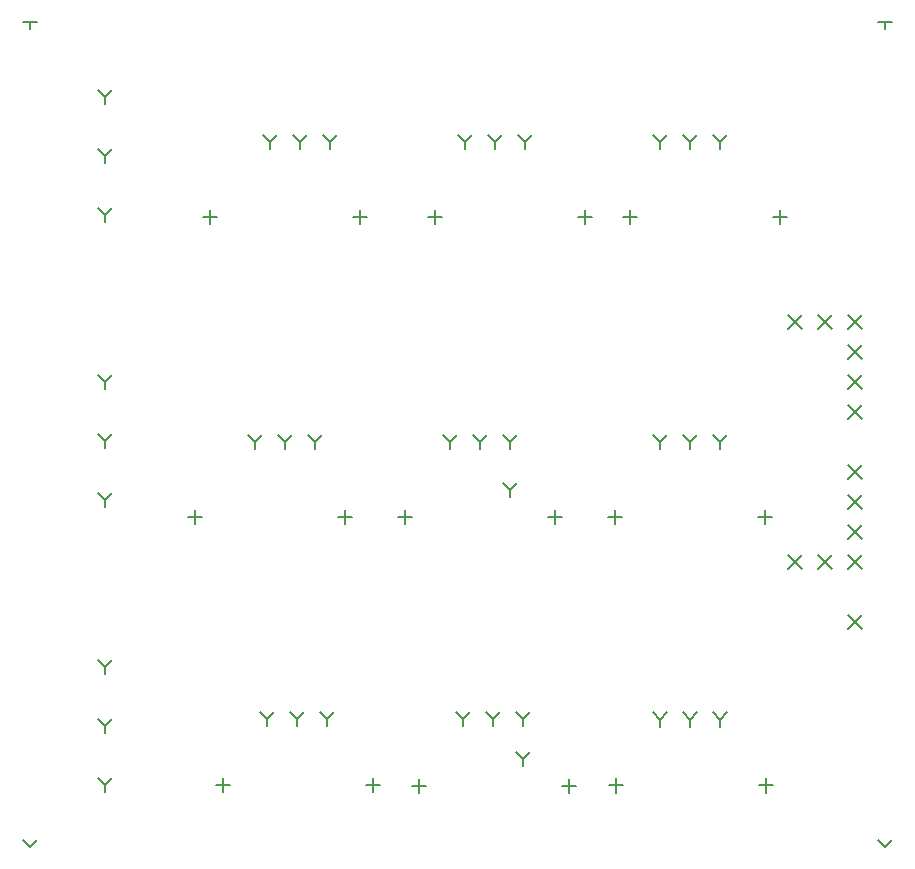
<source format=gbr>
G04 DipTrace 3.2.0.1*
G04 Through.gbr*
%MOIN*%
G04 #@! TF.FileFunction,Plated,1,2,PTH,Drill*
G04 #@! TF.Part,Single*
G04 Drill Symbols*
G04 D=0.038005 - Cross*
G04 D=0.03937 - X*
G04 D=0.043307 - Y*
G04 D=0.11811 - T*
G04 D=0.122047 - V*
%ADD10C,0.007874*%
%FSLAX26Y26*%
G04*
G70*
G90*
G75*
G01*
X770079Y3067323D2*
D10*
X793701Y3043701D1*
X817323Y3067323D1*
X793701Y3043701D2*
Y3020079D1*
X770079Y2870472D2*
X793701Y2846850D1*
X817323Y2870472D1*
X793701Y2846850D2*
Y2823228D1*
X770079Y2673622D2*
X793701Y2650000D1*
X817323Y2673622D1*
X793701Y2650000D2*
Y2626378D1*
X770079Y2117323D2*
X793701Y2093701D1*
X817323Y2117323D1*
X793701Y2093701D2*
Y2070079D1*
X770079Y1920472D2*
X793701Y1896850D1*
X817323Y1920472D1*
X793701Y1896850D2*
Y1873228D1*
X770079Y1723622D2*
X793701Y1700000D1*
X817323Y1723622D1*
X793701Y1700000D2*
Y1676378D1*
X770079Y1167323D2*
X793701Y1143701D1*
X817323Y1167323D1*
X793701Y1143701D2*
Y1120079D1*
X770079Y970472D2*
X793701Y946850D1*
X817323Y970472D1*
X793701Y946850D2*
Y923228D1*
X770079Y773622D2*
X793701Y750000D1*
X817323Y773622D1*
X793701Y750000D2*
Y726378D1*
X3270079Y2317323D2*
X3317323Y2270079D1*
Y2317323D2*
X3270079Y2270079D1*
Y2217323D2*
X3317323Y2170079D1*
Y2217323D2*
X3270079Y2170079D1*
Y2117323D2*
X3317323Y2070079D1*
Y2117323D2*
X3270079Y2070079D1*
Y1317323D2*
X3317323Y1270079D1*
Y1317323D2*
X3270079Y1270079D1*
Y1817323D2*
X3317323Y1770079D1*
Y1817323D2*
X3270079Y1770079D1*
Y1717323D2*
X3317323Y1670079D1*
Y1717323D2*
X3270079Y1670079D1*
Y1617323D2*
X3317323Y1570079D1*
Y1617323D2*
X3270079Y1570079D1*
Y2017323D2*
X3317323Y1970079D1*
Y2017323D2*
X3270079Y1970079D1*
Y1517323D2*
X3317323Y1470079D1*
Y1517323D2*
X3270079Y1470079D1*
X3070079Y1517323D2*
X3117323Y1470079D1*
Y1517323D2*
X3070079Y1470079D1*
Y2317323D2*
X3117323Y2270079D1*
Y2317323D2*
X3070079Y2270079D1*
X3170079Y2317323D2*
X3217323Y2270079D1*
Y2317323D2*
X3170079Y2270079D1*
Y1517323D2*
X3217323Y1470079D1*
Y1517323D2*
X3170079Y1470079D1*
X1320079Y2917323D2*
X1343701Y2893701D1*
X1367323Y2917323D1*
X1343701Y2893701D2*
Y2870079D1*
X1420079Y2917323D2*
X1443701Y2893701D1*
X1467323Y2917323D1*
X1443701Y2893701D2*
Y2870079D1*
X1520079Y2917323D2*
X1543701Y2893701D1*
X1567323Y2917323D1*
X1543701Y2893701D2*
Y2870079D1*
X1970079Y2917323D2*
X1993701Y2893701D1*
X2017323Y2917323D1*
X1993701Y2893701D2*
Y2870079D1*
X2070079Y2917323D2*
X2093701Y2893701D1*
X2117323Y2917323D1*
X2093701Y2893701D2*
Y2870079D1*
X2170079Y2917323D2*
X2193701Y2893701D1*
X2217323Y2917323D1*
X2193701Y2893701D2*
Y2870079D1*
X2620079Y2917323D2*
X2643701Y2893701D1*
X2667323Y2917323D1*
X2643701Y2893701D2*
Y2870079D1*
X2720079Y2917323D2*
X2743701Y2893701D1*
X2767323Y2917323D1*
X2743701Y2893701D2*
Y2870079D1*
X2820079Y2917323D2*
X2843701Y2893701D1*
X2867323Y2917323D1*
X2843701Y2893701D2*
Y2870079D1*
X1270079Y1917323D2*
X1293701Y1893701D1*
X1317323Y1917323D1*
X1293701Y1893701D2*
Y1870079D1*
X1370079Y1917323D2*
X1393701Y1893701D1*
X1417323Y1917323D1*
X1393701Y1893701D2*
Y1870079D1*
X1470079Y1917323D2*
X1493701Y1893701D1*
X1517323Y1917323D1*
X1493701Y1893701D2*
Y1870079D1*
X1920079Y1917323D2*
X1943701Y1893701D1*
X1967323Y1917323D1*
X1943701Y1893701D2*
Y1870079D1*
X2020079Y1917323D2*
X2043701Y1893701D1*
X2067323Y1917323D1*
X2043701Y1893701D2*
Y1870079D1*
X2120079Y1917323D2*
X2143701Y1893701D1*
X2167323Y1917323D1*
X2143701Y1893701D2*
Y1870079D1*
X2620079Y1917323D2*
X2643701Y1893701D1*
X2667323Y1917323D1*
X2643701Y1893701D2*
Y1870079D1*
X2720079Y1917323D2*
X2743701Y1893701D1*
X2767323Y1917323D1*
X2743701Y1893701D2*
Y1870079D1*
X2820079Y1917323D2*
X2843701Y1893701D1*
X2867323Y1917323D1*
X2843701Y1893701D2*
Y1870079D1*
X1310507Y993927D2*
X1334129Y970304D1*
X1357751Y993927D1*
X1334129Y970304D2*
Y946682D1*
X1410507Y993927D2*
X1434129Y970304D1*
X1457751Y993927D1*
X1434129Y970304D2*
Y946682D1*
X1510507Y993927D2*
X1534129Y970304D1*
X1557751Y993927D1*
X1534129Y970304D2*
Y946682D1*
X1963941Y994219D2*
X1987563Y970597D1*
X2011185Y994219D1*
X1987563Y970597D2*
Y946975D1*
X2063941Y994219D2*
X2087563Y970597D1*
X2111185Y994219D1*
X2087563Y970597D2*
Y946975D1*
X2163941Y994219D2*
X2187563Y970597D1*
X2211185Y994219D1*
X2187563Y970597D2*
Y946975D1*
X2619780Y992467D2*
X2643402Y968845D1*
X2667024Y992467D1*
X2643402Y968845D2*
Y945223D1*
X2719780Y992467D2*
X2743402Y968845D1*
X2767024Y992467D1*
X2743402Y968845D2*
Y945223D1*
X2819780Y992467D2*
X2843402Y968845D1*
X2867024Y992467D1*
X2843402Y968845D2*
Y945223D1*
X1643701Y2667323D2*
Y2620079D1*
X1620079Y2643701D2*
X1667323D1*
X1143701Y2667323D2*
Y2620079D1*
X1120079Y2643701D2*
X1167323D1*
X2393701Y2667323D2*
Y2620079D1*
X2370079Y2643701D2*
X2417323D1*
X1893701Y2667323D2*
Y2620079D1*
X1870079Y2643701D2*
X1917323D1*
X3043701Y2667323D2*
Y2620079D1*
X3020079Y2643701D2*
X3067323D1*
X2543701Y2667323D2*
Y2620079D1*
X2520079Y2643701D2*
X2567323D1*
X1593701Y1667323D2*
Y1620079D1*
X1570079Y1643701D2*
X1617323D1*
X1093701Y1667323D2*
Y1620079D1*
X1070079Y1643701D2*
X1117323D1*
X2293701Y1667323D2*
Y1620079D1*
X2270079Y1643701D2*
X2317323D1*
X1793701Y1667323D2*
Y1620079D1*
X1770079Y1643701D2*
X1817323D1*
X2993701Y1667323D2*
Y1620079D1*
X2970079Y1643701D2*
X3017323D1*
X2493701Y1667323D2*
Y1620079D1*
X2470079Y1643701D2*
X2517323D1*
X1687488Y774282D2*
Y727038D1*
X1663866Y750660D2*
X1711110D1*
X1187488Y774282D2*
Y727038D1*
X1163866Y750660D2*
X1211110D1*
X2339045Y772319D2*
Y725075D1*
X2315423Y748697D2*
X2362667D1*
X1839045Y772319D2*
Y725075D1*
X1815423Y748697D2*
X1862667D1*
X2998178Y773010D2*
Y725766D1*
X2974556Y749388D2*
X3021801D1*
X2498178Y773010D2*
Y725766D1*
X2474556Y749388D2*
X2521801D1*
X2163941Y862067D2*
X2187563Y838445D1*
X2211185Y862067D1*
X2187563Y838445D2*
Y814823D1*
X2120079Y1756378D2*
X2143701Y1732756D1*
X2167323Y1756378D1*
X2143701Y1732756D2*
Y1709134D1*
X520079Y3293701D2*
X567323D1*
X543701D2*
Y3270079D1*
X520079Y567323D2*
X543701Y543701D1*
X567323Y567323D1*
X3370079D2*
X3393701Y543701D1*
X3417323Y567323D1*
X3370079Y3293701D2*
X3417323D1*
X3393701D2*
Y3270079D1*
M02*

</source>
